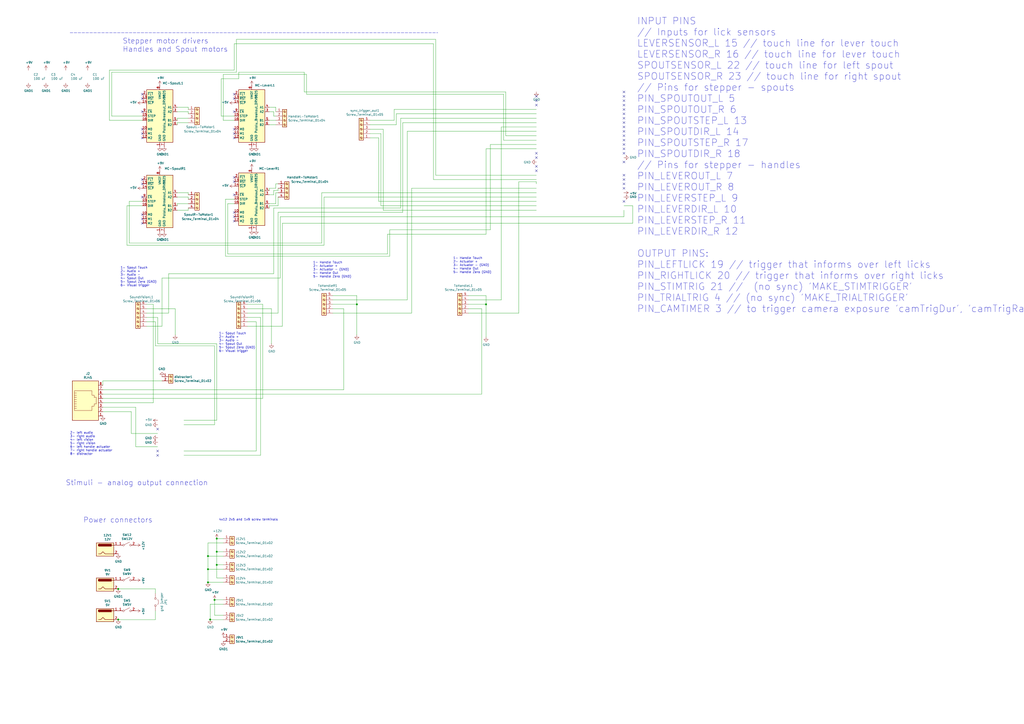
<source format=kicad_sch>
(kicad_sch (version 20231120) (generator "eeschema") (generator_version "8.0")
  (paper "A2")
  (lib_symbols
    (symbol "Connector:Barrel_Jack" (pin_names (offset 1.016))
      (property "Reference" "J" (at 0 5.334 0))
      (property "Value" "Barrel_Jack" (at 0 -5.08 0))
      (symbol "Barrel_Jack_0_1"
        (rectangle (start -5.08 3.81) (end 5.08 -3.81) (stroke (width 0.254)) (fill (type background)))
        (arc (start -3.302 3.175) (mid -3.9343 2.54) (end -3.302 1.905) (stroke (width 0.254)))
        (arc (start -3.302 3.175) (mid -3.9343 2.54) (end -3.302 1.905) (stroke (width 0.254)) (fill (type outline)))
        (polyline (pts (xy 5.08 2.54) (xy 3.81 2.54)) (stroke (width 0.254)))
        (polyline (pts (xy -3.81 -2.54) (xy -2.54 -2.54) (xy -1.27 -1.27) (xy 0 -2.54) (xy 2.54 -2.54) (xy 5.08 -2.54)) (stroke (width 0.254)))
        (rectangle (start 3.683 3.175) (end -3.302 1.905) (stroke (width 0.254)) (fill (type outline)))
      )
      (symbol "Barrel_Jack_1_1"
        (pin passive line (at 7.62 2.54 180) (length 2.54) (name "~") (number "1"))
        (pin passive line (at 7.62 -2.54 180) (length 2.54) (name "~") (number "2"))
      )
    )
    (symbol "Connector:RJ45" (pin_names (offset 1.016))
      (property "Reference" "J" (at -5.08 13.97 0))
      (property "Value" "RJ45" (at 2.54 13.97 0))
      (symbol "RJ45_0_1"
        (polyline (pts (xy -5.08 4.445) (xy -6.35 4.445)))
        (polyline (pts (xy -5.08 5.715) (xy -6.35 5.715)))
        (polyline (pts (xy -6.35 -3.175) (xy -5.08 -3.175) (xy -5.08 -3.175)))
        (polyline (pts (xy -6.35 -1.905) (xy -5.08 -1.905) (xy -5.08 -1.905)))
        (polyline (pts (xy -6.35 -0.635) (xy -5.08 -0.635) (xy -5.08 -0.635)))
        (polyline (pts (xy -6.35 0.635) (xy -5.08 0.635) (xy -5.08 0.635)))
        (polyline (pts (xy -6.35 1.905) (xy -5.08 1.905) (xy -5.08 1.905)))
        (polyline (pts (xy -5.08 3.175) (xy -6.35 3.175) (xy -6.35 3.175)))
        (polyline (pts (xy -6.35 -4.445) (xy -6.35 6.985) (xy 3.81 6.985) (xy 3.81 4.445) (xy 5.08 4.445) (xy 5.08 3.175) (xy 6.35 3.175) (xy 6.35 -0.635) (xy 5.08 -0.635) (xy 5.08 -1.905) (xy 3.81 -1.905) (xy 3.81 -4.445) (xy -6.35 -4.445) (xy -6.35 -4.445)))
        (rectangle (start 7.62 12.7) (end -7.62 -10.16) (stroke (width 0.254)) (fill (type background)))
      )
      (symbol "RJ45_1_1"
        (pin passive line (at 10.16 -7.62 180) (length 2.54) (name "~") (number "1"))
        (pin passive line (at 10.16 -5.08 180) (length 2.54) (name "~") (number "2"))
        (pin passive line (at 10.16 -2.54 180) (length 2.54) (name "~") (number "3"))
        (pin passive line (at 10.16 0 180) (length 2.54) (name "~") (number "4"))
        (pin passive line (at 10.16 2.54 180) (length 2.54) (name "~") (number "5"))
        (pin passive line (at 10.16 5.08 180) (length 2.54) (name "~") (number "6"))
        (pin passive line (at 10.16 7.62 180) (length 2.54) (name "~") (number "7"))
        (pin passive line (at 10.16 10.16 180) (length 2.54) (name "~") (number "8"))
      )
    )
    (symbol "Connector:Screw_Terminal_01x02" (pin_names (offset 1.016) hide)
      (property "Reference" "J" (at 0 2.54 0))
      (property "Value" "Screw_Terminal_01x02" (at 0 -5.08 0))
      (symbol "Screw_Terminal_01x02_1_1"
        (rectangle (start -1.27 1.27) (end 1.27 -3.81) (stroke (width 0.254)) (fill (type background)))
        (circle (center 0 -2.54) (radius 0.635) (stroke (width 0.1524)))
        (polyline (pts (xy -0.5334 -2.2098) (xy 0.3302 -3.048)) (stroke (width 0.1524)))
        (polyline (pts (xy -0.5334 0.3302) (xy 0.3302 -0.508)) (stroke (width 0.1524)))
        (polyline (pts (xy -0.3556 -2.032) (xy 0.508 -2.8702)) (stroke (width 0.1524)))
        (polyline (pts (xy -0.3556 0.508) (xy 0.508 -0.3302)) (stroke (width 0.1524)))
        (circle (center 0 0) (radius 0.635) (stroke (width 0.1524)))
        (pin passive line (at -5.08 0 0) (length 3.81) (name "Pin_1") (number "1"))
        (pin passive line (at -5.08 -2.54 0) (length 3.81) (name "Pin_2") (number "2"))
      )
    )
    (symbol "Connector:Screw_Terminal_01x04" (pin_names (offset 1.016) hide)
      (property "Reference" "J" (at 0 5.08 0))
      (property "Value" "Screw_Terminal_01x04" (at 0 -7.62 0))
      (symbol "Screw_Terminal_01x04_1_1"
        (rectangle (start -1.27 3.81) (end 1.27 -6.35) (stroke (width 0.254)) (fill (type background)))
        (circle (center 0 -5.08) (radius 0.635) (stroke (width 0.1524)))
        (circle (center 0 -2.54) (radius 0.635) (stroke (width 0.1524)))
        (polyline (pts (xy -0.5334 -4.7498) (xy 0.3302 -5.588)) (stroke (width 0.1524)))
        (polyline (pts (xy -0.5334 -2.2098) (xy 0.3302 -3.048)) (stroke (width 0.1524)))
        (polyline (pts (xy -0.5334 0.3302) (xy 0.3302 -0.508)) (stroke (width 0.1524)))
        (polyline (pts (xy -0.5334 2.8702) (xy 0.3302 2.032)) (stroke (width 0.1524)))
        (polyline (pts (xy -0.3556 -4.572) (xy 0.508 -5.4102)) (stroke (width 0.1524)))
        (polyline (pts (xy -0.3556 -2.032) (xy 0.508 -2.8702)) (stroke (width 0.1524)))
        (polyline (pts (xy -0.3556 0.508) (xy 0.508 -0.3302)) (stroke (width 0.1524)))
        (polyline (pts (xy -0.3556 3.048) (xy 0.508 2.2098)) (stroke (width 0.1524)))
        (circle (center 0 0) (radius 0.635) (stroke (width 0.1524)))
        (circle (center 0 2.54) (radius 0.635) (stroke (width 0.1524)))
        (pin passive line (at -5.08 2.54 0) (length 3.81) (name "Pin_1") (number "1"))
        (pin passive line (at -5.08 0 0) (length 3.81) (name "Pin_2") (number "2"))
        (pin passive line (at -5.08 -2.54 0) (length 3.81) (name "Pin_3") (number "3"))
        (pin passive line (at -5.08 -5.08 0) (length 3.81) (name "Pin_4") (number "4"))
      )
    )
    (symbol "Connector:Screw_Terminal_01x05" (pin_names (offset 1.016) hide)
      (property "Reference" "J" (at 0 7.62 0))
      (property "Value" "Screw_Terminal_01x05" (at 0 -7.62 0))
      (symbol "Screw_Terminal_01x05_1_1"
        (rectangle (start -1.27 6.35) (end 1.27 -6.35) (stroke (width 0.254)) (fill (type background)))
        (circle (center 0 -5.08) (radius 0.635) (stroke (width 0.1524)))
        (circle (center 0 -2.54) (radius 0.635) (stroke (width 0.1524)))
        (polyline (pts (xy -0.5334 -4.7498) (xy 0.3302 -5.588)) (stroke (width 0.1524)))
        (polyline (pts (xy -0.5334 -2.2098) (xy 0.3302 -3.048)) (stroke (width 0.1524)))
        (polyline (pts (xy -0.5334 0.3302) (xy 0.3302 -0.508)) (stroke (width 0.1524)))
        (polyline (pts (xy -0.5334 2.8702) (xy 0.3302 2.032)) (stroke (width 0.1524)))
        (polyline (pts (xy -0.5334 5.4102) (xy 0.3302 4.572)) (stroke (width 0.1524)))
        (polyline (pts (xy -0.3556 -4.572) (xy 0.508 -5.4102)) (stroke (width 0.1524)))
        (polyline (pts (xy -0.3556 -2.032) (xy 0.508 -2.8702)) (stroke (width 0.1524)))
        (polyline (pts (xy -0.3556 0.508) (xy 0.508 -0.3302)) (stroke (width 0.1524)))
        (polyline (pts (xy -0.3556 3.048) (xy 0.508 2.2098)) (stroke (width 0.1524)))
        (polyline (pts (xy -0.3556 5.588) (xy 0.508 4.7498)) (stroke (width 0.1524)))
        (circle (center 0 0) (radius 0.635) (stroke (width 0.1524)))
        (circle (center 0 2.54) (radius 0.635) (stroke (width 0.1524)))
        (circle (center 0 5.08) (radius 0.635) (stroke (width 0.1524)))
        (pin passive line (at -5.08 5.08 0) (length 3.81) (name "Pin_1") (number "1"))
        (pin passive line (at -5.08 2.54 0) (length 3.81) (name "Pin_2") (number "2"))
        (pin passive line (at -5.08 0 0) (length 3.81) (name "Pin_3") (number "3"))
        (pin passive line (at -5.08 -2.54 0) (length 3.81) (name "Pin_4") (number "4"))
        (pin passive line (at -5.08 -5.08 0) (length 3.81) (name "Pin_5") (number "5"))
      )
    )
    (symbol "Connector:Screw_Terminal_01x06" (pin_names (offset 1.016) hide)
      (property "Reference" "J" (at 0 7.62 0))
      (property "Value" "Screw_Terminal_01x06" (at 0 -10.16 0))
      (symbol "Screw_Terminal_01x06_1_1"
        (rectangle (start -1.27 6.35) (end 1.27 -8.89) (stroke (width 0.254)) (fill (type background)))
        (circle (center 0 -7.62) (radius 0.635) (stroke (width 0.1524)))
        (circle (center 0 -5.08) (radius 0.635) (stroke (width 0.1524)))
        (circle (center 0 -2.54) (radius 0.635) (stroke (width 0.1524)))
        (polyline (pts (xy -0.5334 -7.2898) (xy 0.3302 -8.128)) (stroke (width 0.1524)))
        (polyline (pts (xy -0.5334 -4.7498) (xy 0.3302 -5.588)) (stroke (width 0.1524)))
        (polyline (pts (xy -0.5334 -2.2098) (xy 0.3302 -3.048)) (stroke (width 0.1524)))
        (polyline (pts (xy -0.5334 0.3302) (xy 0.3302 -0.508)) (stroke (width 0.1524)))
        (polyline (pts (xy -0.5334 2.8702) (xy 0.3302 2.032)) (stroke (width 0.1524)))
        (polyline (pts (xy -0.5334 5.4102) (xy 0.3302 4.572)) (stroke (width 0.1524)))
        (polyline (pts (xy -0.3556 -7.112) (xy 0.508 -7.9502)) (stroke (width 0.1524)))
        (polyline (pts (xy -0.3556 -4.572) (xy 0.508 -5.4102)) (stroke (width 0.1524)))
        (polyline (pts (xy -0.3556 -2.032) (xy 0.508 -2.8702)) (stroke (width 0.1524)))
        (polyline (pts (xy -0.3556 0.508) (xy 0.508 -0.3302)) (stroke (width 0.1524)))
        (polyline (pts (xy -0.3556 3.048) (xy 0.508 2.2098)) (stroke (width 0.1524)))
        (polyline (pts (xy -0.3556 5.588) (xy 0.508 4.7498)) (stroke (width 0.1524)))
        (circle (center 0 0) (radius 0.635) (stroke (width 0.1524)))
        (circle (center 0 2.54) (radius 0.635) (stroke (width 0.1524)))
        (circle (center 0 5.08) (radius 0.635) (stroke (width 0.1524)))
        (pin passive line (at -5.08 5.08 0) (length 3.81) (name "Pin_1") (number "1"))
        (pin passive line (at -5.08 2.54 0) (length 3.81) (name "Pin_2") (number "2"))
        (pin passive line (at -5.08 0 0) (length 3.81) (name "Pin_3") (number "3"))
        (pin passive line (at -5.08 -2.54 0) (length 3.81) (name "Pin_4") (number "4"))
        (pin passive line (at -5.08 -5.08 0) (length 3.81) (name "Pin_5") (number "5"))
        (pin passive line (at -5.08 -7.62 0) (length 3.81) (name "Pin_6") (number "6"))
      )
    )
    (symbol "Driver_Motor:Pololu_Breakout_DRV8825"
      (property "Reference" "A" (at -2.54 16.51 0))
      (property "Value" "Pololu_Breakout_DRV8825" (at -2.54 13.97 0))
      (symbol "Pololu_Breakout_DRV8825_0_1"
        (rectangle (start 7.62 -17.78) (end -7.62 12.7) (stroke (width 0.254)) (fill (type background)))
      )
      (symbol "Pololu_Breakout_DRV8825_1_1"
        (pin power_in line (at 0 -20.32 90) (length 2.54) (name "GND") (number "1"))
        (pin input line (at -10.16 -10.16 0) (length 2.54) (name "M0") (number "10"))
        (pin input line (at -10.16 -12.7 0) (length 2.54) (name "M1") (number "11"))
        (pin input line (at -10.16 -15.24 0) (length 2.54) (name "M2") (number "12"))
        (pin input line (at -10.16 7.62 0) (length 2.54) (name "~{RST}") (number "13"))
        (pin input line (at -10.16 5.08 0) (length 2.54) (name "~{SLP}") (number "14"))
        (pin input line (at -10.16 -2.54 0) (length 2.54) (name "STEP") (number "15"))
        (pin input line (at -10.16 -5.08 0) (length 2.54) (name "DIR") (number "16"))
        (pin output line (at -10.16 10.16 0) (length 2.54) (name "~{FLT}") (number "2"))
        (pin output line (at 10.16 0 180) (length 2.54) (name "A2") (number "3"))
        (pin output line (at 10.16 2.54 180) (length 2.54) (name "A1") (number "4"))
        (pin output line (at 10.16 -5.08 180) (length 2.54) (name "B1") (number "5"))
        (pin output line (at 10.16 -7.62 180) (length 2.54) (name "B2") (number "6"))
        (pin power_in line (at 2.54 -20.32 90) (length 2.54) (name "GND") (number "7"))
        (pin power_in line (at 0 15.24 270) (length 2.54) (name "VMOT") (number "8"))
        (pin input line (at -10.16 0 0) (length 2.54) (name "~{EN}") (number "9"))
      )
    )
    (symbol "Jumper:Jumper_2_Open" (pin_numbers hide) (pin_names (offset 0) hide) (exclude_from_sim yes)
      (property "Reference" "JP" (at 0 2.794 0))
      (property "Value" "Jumper_2_Open" (at 0 -2.286 0))
      (symbol "Jumper_2_Open_0_0"
        (circle (center -2.032 0) (radius 0.508))
        (circle (center 2.032 0) (radius 0.508))
      )
      (symbol "Jumper_2_Open_0_1"
        (arc (start 1.524 1.27) (mid 0 1.778) (end -1.524 1.27))
      )
      (symbol "Jumper_2_Open_1_1"
        (pin passive line (at -5.08 0 0) (length 2.54) (name "A") (number "1"))
        (pin passive line (at 5.08 0 180) (length 2.54) (name "B") (number "2"))
      )
    )
    (symbol "Switch:SW_SPST" (pin_names (offset 0) hide)
      (property "Reference" "SW" (at 0 3.175 0))
      (property "Value" "SW_SPST" (at 0 -2.54 0))
      (symbol "SW_SPST_0_0"
        (circle (center -2.032 0) (radius 0.508))
        (polyline (pts (xy -1.524 0.254) (xy 1.524 1.778)))
        (circle (center 2.032 0) (radius 0.508))
      )
      (symbol "SW_SPST_1_1"
        (pin passive line (at -5.08 0 0) (length 2.54) (name "A") (number "1"))
        (pin passive line (at 5.08 0 180) (length 2.54) (name "B") (number "2"))
      )
    )
    (symbol "power:+12V" (power) (pin_numbers hide) (pin_names (offset 0) hide)
      (property "Value" "+12V" (at 0 3.556 0))
      (symbol "+12V_0_1"
        (polyline (pts (xy -0.762 1.27) (xy 0 2.54)))
        (polyline (pts (xy 0 0) (xy 0 2.54)))
        (polyline (pts (xy 0 2.54) (xy 0.762 1.27)))
      )
      (symbol "+12V_1_1"
        (pin power_in line (at 0 0 90) (length 0) (name "~") (number "1"))
      )
    )
    (symbol "power:+5V" (power) (pin_numbers hide) (pin_names (offset 0) hide)
      (property "Value" "+5V" (at 0 3.556 0))
      (symbol "+5V_0_1"
        (polyline (pts (xy -0.762 1.27) (xy 0 2.54)))
        (polyline (pts (xy 0 0) (xy 0 2.54)))
        (polyline (pts (xy 0 2.54) (xy 0.762 1.27)))
      )
      (symbol "+5V_1_1"
        (pin power_in line (at 0 0 90) (length 0) (name "~") (number "1"))
      )
    )
    (symbol "power:+9V" (power) (pin_numbers hide) (pin_names (offset 0) hide)
      (property "Value" "+9V" (at 0 3.556 0))
      (symbol "+9V_0_1"
        (polyline (pts (xy -0.762 1.27) (xy 0 2.54)))
        (polyline (pts (xy 0 0) (xy 0 2.54)))
        (polyline (pts (xy 0 2.54) (xy 0.762 1.27)))
      )
      (symbol "+9V_1_1"
        (pin power_in line (at 0 0 90) (length 0) (name "~") (number "1"))
      )
    )
    (symbol "power:GND" (power) (pin_numbers hide) (pin_names (offset 0) hide)
      (property "Value" "GND" (at 0 -3.81 0))
      (symbol "GND_0_1"
        (polyline (pts (xy 0 0) (xy 0 -1.27) (xy 1.27 -1.27) (xy 0 -2.54) (xy -1.27 -1.27) (xy 0 -1.27)))
      )
      (symbol "GND_1_1"
        (pin power_in line (at 0 0 270) (length 0) (name "~") (number "1"))
      )
    )
    (symbol "power:GND1" (power) (pin_numbers hide) (pin_names (offset 0) hide)
      (property "Value" "GND1" (at 0 -3.81 0))
      (symbol "GND1_0_1"
        (polyline (pts (xy 0 0) (xy 0 -1.27) (xy 1.27 -1.27) (xy 0 -2.54) (xy -1.27 -1.27) (xy 0 -1.27)))
      )
      (symbol "GND1_1_1"
        (pin power_in line (at 0 0 270) (length 0) (name "~") (number "1"))
      )
    )
  )
  (junction (at 281.94 176.53))
  (junction (at 68.58 341.63))
  (junction (at 68.58 359.41))
  (junction (at 120.65 330.2))
  (junction (at 124.46 347.98))
  (junction (at 125.73 327.66))
  (junction (at 120.65 337.82))
  (junction (at 121.92 359.41))
  (junction (at 125.73 312.42))
  (junction (at 120.65 322.58))
  (junction (at 207.01 176.53))
  (junction (at 125.73 320.04))
  (no_connect (at 135.89 64.77))
  (no_connect (at 311.15 96.52))
  (no_connect (at 82.55 80.01))
  (no_connect (at 82.55 64.77))
  (no_connect (at 135.89 54.61))
  (no_connect (at 361.95 104.14))
  (no_connect (at 361.95 86.36))
  (no_connect (at 82.55 54.61))
  (no_connect (at 91.44 248.92))
  (no_connect (at 135.89 128.27))
  (no_connect (at 135.89 105.41))
  (no_connect (at 82.55 57.15))
  (no_connect (at 82.55 104.14))
  (no_connect (at 135.89 80.01))
  (no_connect (at 361.95 101.6))
  (no_connect (at 311.15 91.44))
  (no_connect (at 135.89 57.15))
  (no_connect (at 311.15 60.96))
  (no_connect (at 361.95 93.98))
  (no_connect (at 311.15 58.42))
  (no_connect (at 361.95 83.82))
  (no_connect (at 361.95 73.66))
  (no_connect (at 361.95 53.34))
  (no_connect (at 361.95 76.2))
  (no_connect (at 361.95 109.22))
  (no_connect (at 311.15 99.06))
  (no_connect (at 361.95 55.88))
  (no_connect (at 361.95 71.12))
  (no_connect (at 361.95 68.58))
  (no_connect (at 82.55 129.54))
  (no_connect (at 135.89 102.87))
  (no_connect (at 361.95 63.5))
  (no_connect (at 82.55 74.93))
  (no_connect (at 82.55 124.46))
  (no_connect (at 361.95 60.96))
  (no_connect (at 361.95 88.9))
  (no_connect (at 135.89 77.47))
  (no_connect (at 361.95 66.04))
  (no_connect (at 135.89 123.19))
  (no_connect (at 361.95 58.42))
  (no_connect (at 82.55 127))
  (no_connect (at 135.89 74.93))
  (no_connect (at 361.95 106.68))
  (no_connect (at 91.44 264.16))
  (no_connect (at 135.89 125.73))
  (no_connect (at 91.44 261.62))
  (no_connect (at 361.95 78.74))
  (no_connect (at 82.55 106.68))
  (no_connect (at 135.89 113.03))
  (no_connect (at 311.15 88.9))
  (no_connect (at 361.95 116.84))
  (no_connect (at 82.55 114.3))
  (no_connect (at 361.95 81.28))
  (no_connect (at 311.15 55.88))
  (no_connect (at 82.55 77.47))
  (wire (pts (xy 68.58 359.41) (xy 90.17 359.41)))
  (wire (pts (xy 252.73 101.6) (xy 252.73 22.86)))
  (wire (pts (xy 151.13 184.15) (xy 143.51 184.15)))
  (wire (pts (xy 135.89 69.85) (xy 129.54 69.85)))
  (wire (pts (xy 160.02 111.76) (xy 161.29 111.76)))
  (wire (pts (xy 236.22 76.2) (xy 311.15 76.2)))
  (wire (pts (xy 311.15 111.76) (xy 186.69 111.76)))
  (wire (pts (xy 233.68 123.19) (xy 233.68 71.12)))
  (wire (pts (xy 158.75 120.65) (xy 232.41 120.65)))
  (wire (pts (xy 311.15 121.92) (xy 222.25 121.92)))
  (wire (pts (xy 252.73 22.86) (xy 137.16 22.86)))
  (wire (pts (xy 311.15 119.38) (xy 220.98 119.38)))
  (wire (pts (xy 128.27 67.31) (xy 135.89 67.31)))
  (wire (pts (xy 207.01 176.53) (xy 207.01 194.31)))
  (wire (pts (xy 109.22 118.11) (xy 102.87 118.11)))
  (wire (pts (xy 220.98 119.38) (xy 220.98 77.47)))
  (wire (pts (xy 102.87 111.76) (xy 109.22 111.76)))
  (wire (pts (xy 160.02 62.23) (xy 160.02 64.77)))
  (wire (pts (xy 124.46 356.87) (xy 129.54 356.87)))
  (wire (pts (xy 219.71 80.01) (xy 214.63 80.01)))
  (wire (pts (xy 367.03 119.38) (xy 361.95 119.38)))
  (wire (pts (xy 292.1 81.28) (xy 311.15 81.28)))
  (wire (pts (xy 97.79 181.61) (xy 97.79 158.75)))
  (wire (pts (xy 222.25 121.92) (xy 222.25 74.93)))
  (wire (pts (xy 226.06 148.59) (xy 226.06 133.35)))
  (wire (pts (xy 102.87 118.11) (xy 102.87 119.38)))
  (wire (pts (xy 160.02 106.68) (xy 161.29 106.68)))
  (wire (pts (xy 90.17 186.69) (xy 85.09 186.69)))
  (wire (pts (xy 222.25 74.93) (xy 214.63 74.93)))
  (wire (pts (xy 300.99 105.41) (xy 311.15 105.41)))
  (wire (pts (xy 177.8 43.18) (xy 177.8 54.61)))
  (wire (pts (xy 120.65 330.2) (xy 129.54 330.2)))
  (wire (pts (xy 130.81 148.59) (xy 226.06 148.59)))
  (wire (pts (xy 311.15 78.74) (xy 293.37 78.74)))
  (wire (pts (xy 74.93 116.84) (xy 82.55 116.84)))
  (wire (pts (xy 148.59 261.62) (xy 148.59 186.69)))
  (wire (pts (xy 109.22 64.77) (xy 109.22 66.04)))
  (wire (pts (xy 106.68 264.16) (xy 151.13 264.16)))
  (wire (pts (xy 199.39 179.07) (xy 199.39 226.06)))
  (wire (pts (xy 187.96 142.24) (xy 187.96 114.3)))
  (wire (pts (xy 124.46 200.66) (xy 90.17 200.66)))
  (wire (pts (xy 88.9 176.53) (xy 85.09 176.53)))
  (wire (pts (xy 143.51 179.07) (xy 157.48 179.07)))
  (wire (pts (xy 102.87 69.85) (xy 102.87 68.58)))
  (wire (pts (xy 125.73 320.04) (xy 129.54 320.04)))
  (wire (pts (xy 151.13 264.16) (xy 151.13 184.15)))
  (wire (pts (xy 290.83 73.66) (xy 311.15 73.66)))
  (wire (pts (xy 74.93 140.97) (xy 74.93 116.84)))
  (wire (pts (xy 132.08 118.11) (xy 135.89 118.11)))
  (wire (pts (xy 161.29 110.49) (xy 161.29 109.22)))
  (wire (pts (xy 109.22 121.92) (xy 102.87 121.92)))
  (wire (pts (xy 152.4 176.53) (xy 143.51 176.53)))
  (wire (pts (xy 90.17 341.63) (xy 90.17 344.17)))
  (wire (pts (xy 176.53 53.34) (xy 176.53 41.91)))
  (wire (pts (xy 361.95 125.73) (xy 162.56 125.73)))
  (wire (pts (xy 160.02 118.11) (xy 160.02 111.76)))
  (wire (pts (xy 63.5 69.85) (xy 82.55 69.85)))
  (wire (pts (xy 129.54 347.98) (xy 124.46 347.98)))
  (wire (pts (xy 102.87 62.23) (xy 109.22 62.23)))
  (wire (pts (xy 125.73 327.66) (xy 129.54 327.66)))
  (wire (pts (xy 281.94 135.89) (xy 224.79 135.89)))
  (wire (pts (xy 59.69 238.76) (xy 76.2 238.76)))
  (wire (pts (xy 158.75 64.77) (xy 158.75 67.31)))
  (wire (pts (xy 102.87 114.3) (xy 109.22 114.3)))
  (wire (pts (xy 120.65 322.58) (xy 129.54 322.58)))
  (wire (pts (xy 284.48 83.82) (xy 311.15 83.82)))
  (wire (pts (xy 311.15 63.5) (xy 228.6 63.5)))
  (wire (pts (xy 238.76 181.61) (xy 238.76 109.22)))
  (wire (pts (xy 85.09 181.61) (xy 97.79 181.61)))
  (wire (pts (xy 187.96 114.3) (xy 311.15 114.3)))
  (wire (pts (xy 232.41 68.58) (xy 311.15 68.58)))
  (wire (pts (xy 59.69 233.68) (xy 88.9 233.68)))
  (wire (pts (xy 158.75 110.49) (xy 161.29 110.49)))
  (wire (pts (xy 158.75 67.31) (xy 160.02 67.31)))
  (wire (pts (xy 125.73 320.04) (xy 125.73 327.66)))
  (wire (pts (xy 76.2 251.46) (xy 91.44 251.46)))
  (wire (pts (xy 161.29 181.61) (xy 161.29 123.19)))
  (wire (pts (xy 143.51 181.61) (xy 161.29 181.61)))
  (wire (pts (xy 311.15 101.6) (xy 252.73 101.6)))
  (wire (pts (xy 68.58 341.63) (xy 90.17 341.63)))
  (wire (pts (xy 88.9 233.68) (xy 88.9 176.53)))
  (wire (pts (xy 135.89 115.57) (xy 130.81 115.57)))
  (wire (pts (xy 271.78 181.61) (xy 300.99 181.61)))
  (wire (pts (xy 232.41 120.65) (xy 232.41 68.58)))
  (wire (pts (xy 125.73 335.28) (xy 129.54 335.28)))
  (wire (pts (xy 161.29 119.38) (xy 161.29 114.3)))
  (wire (pts (xy 281.94 176.53) (xy 271.78 176.53)))
  (wire (pts (xy 219.71 116.84) (xy 219.71 80.01)))
  (wire (pts (xy 224.79 147.32) (xy 132.08 147.32)))
  (wire (pts (xy 78.74 236.22) (xy 78.74 259.08)))
  (wire (pts (xy 158.75 158.75) (xy 158.75 120.65)))
  (wire (pts (xy 90.17 359.41) (xy 90.17 354.33)))
  (wire (pts (xy 236.22 173.99) (xy 236.22 76.2)))
  (wire (pts (xy 156.21 120.65) (xy 156.21 119.38)))
  (wire (pts (xy 207.01 171.45) (xy 207.01 176.53)))
  (wire (pts (xy 193.04 173.99) (xy 236.22 173.99)))
  (wire (pts (xy 82.55 119.38) (xy 73.66 119.38)))
  (wire (pts (xy 279.4 179.07) (xy 279.4 228.6)))
  (wire (pts (xy 271.78 173.99) (xy 290.83 173.99)))
  (wire (pts (xy 120.65 314.96) (xy 120.65 322.58)))
  (wire (pts (xy 85.09 179.07) (xy 101.6 179.07)))
  (wire (pts (xy 120.65 330.2) (xy 120.65 337.82)))
  (wire (pts (xy 93.98 161.29) (xy 93.98 189.23)))
  (polyline (pts (xy 40.64 19.05) (xy 254 19.05)) (stroke (width 0) (type dash)))
  (wire (pts (xy 124.46 347.98) (xy 124.46 356.87)))
  (wire (pts (xy 59.69 220.98) (xy 59.69 223.52)))
  (wire (pts (xy 281.94 86.36) (xy 281.94 135.89)))
  (wire (pts (xy 63.5 40.64) (xy 63.5 69.85)))
  (wire (pts (xy 300.99 105.41) (xy 300.99 181.61)))
  (wire (pts (xy 120.65 337.82) (xy 129.54 337.82)))
  (wire (pts (xy 120.65 322.58) (xy 120.65 330.2)))
  (wire (pts (xy 177.8 54.61) (xy 292.1 54.61)))
  (wire (pts (xy 91.44 199.39) (xy 91.44 184.15)))
  (wire (pts (xy 162.56 161.29) (xy 93.98 161.29)))
  (wire (pts (xy 193.04 171.45) (xy 207.01 171.45)))
  (wire (pts (xy 91.44 184.15) (xy 85.09 184.15)))
  (wire (pts (xy 90.17 200.66) (xy 90.17 186.69)))
  (wire (pts (xy 125.73 243.84) (xy 125.73 199.39)))
  (wire (pts (xy 251.46 104.14) (xy 251.46 25.4)))
  (wire (pts (xy 156.21 118.11) (xy 160.02 118.11)))
  (wire (pts (xy 220.98 77.47) (xy 214.63 77.47)))
  (wire (pts (xy 135.89 40.64) (xy 63.5 40.64)))
  (wire (pts (xy 76.2 238.76) (xy 76.2 251.46)))
  (wire (pts (xy 284.48 133.35) (xy 284.48 83.82)))
  (wire (pts (xy 156.21 109.22) (xy 160.02 109.22)))
  (wire (pts (xy 59.69 231.14) (xy 152.4 231.14)))
  (wire (pts (xy 156.21 62.23) (xy 160.02 62.23)))
  (wire (pts (xy 158.75 113.03) (xy 158.75 110.49)))
  (wire (pts (xy 109.22 120.65) (xy 109.22 121.92)))
  (wire (pts (xy 161.29 123.19) (xy 233.68 123.19)))
  (wire (pts (xy 224.79 135.89) (xy 224.79 147.32)))
  (wire (pts (xy 125.73 199.39) (xy 91.44 199.39)))
  (wire (pts (xy 311.15 105.41) (xy 311.15 106.68)))
  (wire (pts (xy 199.39 226.06) (xy 59.69 226.06)))
  (wire (pts (xy 361.95 121.92) (xy 361.95 125.73)))
  (wire (pts (xy 156.21 119.38) (xy 161.29 119.38)))
  (wire (pts (xy 64.77 67.31) (xy 82.55 67.31)))
  (wire (pts (xy 193.04 181.61) (xy 238.76 181.61)))
  (wire (pts (xy 125.73 327.66) (xy 125.73 335.28)))
  (wire (pts (xy 290.83 173.99) (xy 290.83 73.66)))
  (wire (pts (xy 129.54 312.42) (xy 125.73 312.42)))
  (wire (pts (xy 292.1 54.61) (xy 292.1 81.28)))
  (wire (pts (xy 228.6 63.5) (xy 228.6 69.85)))
  (wire (pts (xy 293.37 78.74) (xy 293.37 53.34)))
  (wire (pts (xy 186.69 140.97) (xy 74.93 140.97)))
  (wire (pts (xy 367.03 129.54) (xy 367.03 119.38)))
  (wire (pts (xy 311.15 104.14) (xy 251.46 104.14)))
  (wire (pts (xy 186.69 111.76) (xy 186.69 140.97)))
  (wire (pts (xy 238.76 109.22) (xy 311.15 109.22)))
  (wire (pts (xy 106.68 243.84) (xy 125.73 243.84)))
  (wire (pts (xy 106.68 246.38) (xy 124.46 246.38)))
  (wire (pts (xy 226.06 133.35) (xy 284.48 133.35)))
  (wire (pts (xy 129.54 43.18) (xy 177.8 43.18)))
  (wire (pts (xy 130.81 115.57) (xy 130.81 148.59)))
  (wire (pts (xy 311.15 116.84) (xy 219.71 116.84)))
  (wire (pts (xy 281.94 176.53) (xy 281.94 195.58)))
  (wire (pts (xy 137.16 22.86) (xy 137.16 41.91)))
  (wire (pts (xy 137.16 41.91) (xy 64.77 41.91)))
  (wire (pts (xy 138.43 45.72) (xy 128.27 45.72)))
  (wire (pts (xy 199.39 179.07) (xy 193.04 179.07)))
  (wire (pts (xy 163.83 189.23) (xy 163.83 129.54)))
  (wire (pts (xy 109.22 114.3) (xy 109.22 115.57)))
  (wire (pts (xy 160.02 109.22) (xy 160.02 106.68)))
  (wire (pts (xy 64.77 41.91) (xy 64.77 67.31)))
  (wire (pts (xy 148.59 186.69) (xy 143.51 186.69)))
  (wire (pts (xy 109.22 71.12) (xy 102.87 71.12)))
  (wire (pts (xy 101.6 179.07) (xy 101.6 194.31)))
  (wire (pts (xy 271.78 171.45) (xy 281.94 171.45)))
  (wire (pts (xy 163.83 129.54) (xy 367.03 129.54)))
  (wire (pts (xy 106.68 261.62) (xy 148.59 261.62)))
  (wire (pts (xy 109.22 111.76) (xy 109.22 113.03)))
  (wire (pts (xy 156.21 113.03) (xy 158.75 113.03)))
  (wire (pts (xy 281.94 171.45) (xy 281.94 176.53)))
  (wire (pts (xy 59.69 228.6) (xy 279.4 228.6)))
  (wire (pts (xy 156.21 69.85) (xy 160.02 69.85)))
  (wire (pts (xy 121.92 350.52) (xy 121.92 359.41)))
  (wire (pts (xy 157.48 179.07) (xy 157.48 199.39)))
  (wire (pts (xy 78.74 259.08) (xy 91.44 259.08)))
  (wire (pts (xy 129.54 69.85) (xy 129.54 43.18)))
  (wire (pts (xy 251.46 25.4) (xy 135.89 25.4)))
  (wire (pts (xy 102.87 64.77) (xy 109.22 64.77)))
  (wire (pts (xy 162.56 125.73) (xy 162.56 161.29)))
  (wire (pts (xy 132.08 147.32) (xy 132.08 118.11)))
  (wire (pts (xy 156.21 64.77) (xy 158.75 64.77)))
  (wire (pts (xy 193.04 176.53) (xy 207.01 176.53)))
  (wire (pts (xy 93.98 220.98) (xy 59.69 220.98)))
  (wire (pts (xy 120.65 314.96) (xy 129.54 314.96)))
  (wire (pts (xy 125.73 312.42) (xy 125.73 320.04)))
  (wire (pts (xy 102.87 68.58) (xy 109.22 68.58)))
  (wire (pts (xy 93.98 189.23) (xy 85.09 189.23)))
  (wire (pts (xy 59.69 236.22) (xy 78.74 236.22)))
  (wire (pts (xy 143.51 189.23) (xy 163.83 189.23)))
  (wire (pts (xy 97.79 158.75) (xy 158.75 158.75)))
  (wire (pts (xy 102.87 71.12) (xy 102.87 72.39)))
  (wire (pts (xy 311.15 86.36) (xy 281.94 86.36)))
  (wire (pts (xy 73.66 119.38) (xy 73.66 142.24)))
  (wire (pts (xy 156.21 110.49) (xy 156.21 109.22)))
  (wire (pts (xy 73.66 142.24) (xy 187.96 142.24)))
  (wire (pts (xy 279.4 179.07) (xy 271.78 179.07)))
  (wire (pts (xy 152.4 231.14) (xy 152.4 176.53)))
  (wire (pts (xy 129.54 350.52) (xy 121.92 350.52)))
  (wire (pts (xy 128.27 45.72) (xy 128.27 67.31)))
  (wire (pts (xy 160.02 72.39) (xy 156.21 72.39)))
  (wire (pts (xy 121.92 359.41) (xy 129.54 359.41)))
  (wire (pts (xy 109.22 62.23) (xy 109.22 63.5)))
  (wire (pts (xy 229.87 66.04) (xy 311.15 66.04)))
  (wire (pts (xy 229.87 66.04) (xy 229.87 72.39)))
  (wire (pts (xy 124.46 246.38) (xy 124.46 200.66)))
  (wire (pts (xy 233.68 71.12) (xy 311.15 71.12)))
  (wire (pts (xy 228.6 69.85) (xy 214.63 69.85)))
  (wire (pts (xy 176.53 41.91) (xy 138.43 41.91)))
  (wire (pts (xy 293.37 53.34) (xy 176.53 53.34)))
  (wire (pts (xy 138.43 41.91) (xy 138.43 45.72)))
  (wire (pts (xy 229.87 72.39) (xy 214.63 72.39)))
  (wire (pts (xy 135.89 25.4) (xy 135.89 40.64)))
  (text "1- Handle Touch\n2- Actuator +\n3- Actuator - (GND)\n4- Handle Out\n5- Handle Zero (GND)" (at 262.89 158.75 0) (effects (font (size 1.27 1.27)) (justify left bottom)))
  (text "Power connectors\n" (at 48.26 303.53 0) (effects (font (size 2.9972 2.9972)) (justify left bottom)))
  (text "1- Spout Touch\n2- Audio +\n3- Audio - \n4- Spout Out\n5- Spout Zero (GND)\n6- Visual trigger" (at 69.85 166.37 0) (effects (font (size 1.27 1.27)) (justify left bottom)))
  (text "Stepper motor drivers\nHandles and Spout motors\n" (at 71.12 30.48 0) (effects (font (size 2.9972 2.9972)) (justify left bottom)))
  (text "2- left audio\n3- right audio\n4- left vision\n5- right vision\n6- left handle actuator\n7- right handle actuator\n8- distractor" (at 40.64 264.16 0) (effects (font (size 1.27 1.27)) (justify left bottom)))
  (text "1- Spout Touch\n2- Audio +\n3- Audio - \n4- Spout Out\n5- Spout Zero (GND)\n6- Visual trigger" (at 127 204.47 0) (effects (font (size 1.27 1.27)) (justify left bottom)))
  (text "INPUT PINS\n// Inputs for lick sensors\nLEVERSENSOR_L 15 // touch line for lever touch\nLEVERSENSOR_R 16 // touch line for lever touch\nSPOUTSENSOR_L 22 // touch line for left spout\nSPOUTSENSOR_R 23 // touch line for right spout\n// Pins for stepper - spouts\nPIN_SPOUTOUT_L 5\nPIN_SPOUTOUT_R 6\nPIN_SPOUTSTEP_L 13\nPIN_SPOUTDIR_L 14\nPIN_SPOUTSTEP_R 17\nPIN_SPOUTDIR_R 18\n// Pins for stepper - handles\nPIN_LEVEROUT_L 7\nPIN_LEVEROUT_R 8\nPIN_LEVERSTEP_L 9\nPIN_LEVERDIR_L 10\nPIN_LEVERSTEP_R 11\nPIN_LEVERDIR_R 12 \n\nOUTPUT PINS:\nPIN_LEFTLICK 19 // trigger that informs over left licks\nPIN_RIGHTLICK 20 // trigger that informs over right licks\nPIN_STIMTRIG 21 //  (no sync) 'MAKE_STIMTRIGGER' \nPIN_TRIALTRIG 4 // (no sync) 'MAKE_TRIALTRIGGER'\nPIN_CAMTIMER 3 // to trigger camera exposure 'camTrigDur', 'camTrigRate'.\n" (at 369.57 181.61 0) (effects (font (size 3.9878 3.9878)) (justify left bottom)))
  (text "4x12 2x5 and 1x9 screw terminals" (at 127 302.26 0) (effects (font (size 1.27 1.27)) (justify left bottom)))
  (text "1- Handle Touch\n2- Actuator +\n3- Actuator - (GND)\n4- Handle Out\n5- Handle Zero (GND)" (at 181.61 161.29 0) (effects (font (size 1.27 1.27)) (justify left bottom)))
  (text "Stimuli - analog output connection" (at 38.1 281.94 0) (effects (font (size 2.9972 2.9972)) (justify left bottom)))
  (symbol (lib_id "Driver_Motor:Pololu_Breakout_DRV8825") (at 92.71 64.77 0) (unit 1)
    (property "Reference" "MC-SpoutL1" (at 100.33 48.26 0))
    (property "Value" "Pololu_Breakout_DRV8825" (at 95.25 64.77 90))
    (property "Footprint" "Module:Pololu_Breakout-16_15.2x20.3mm" (effects (hide yes)))
    (property "Datasheet" "https://www.pololu.com/product/2982" (effects (hide yes)))
  )
  (symbol (lib_id "Device:CP1") (at 50.8 44.45 0) (unit 1)
    (property "Reference" "C1" (at 53.721 43.2816 0) (effects (justify left)))
    (property "Value" "100 uF" (at 53.721 45.593 0) (effects (justify left)))
    (property "Footprint" "Capacitor_THT:C_Rect_L7.2mm_W7.2mm_P5.00mm_FKS2_FKP2_MKS2_MKP2" (effects (hide yes)))
  )
  (symbol (lib_id "Driver_Motor:Pololu_Breakout_DRV8825") (at 92.71 114.3 0) (unit 1)
    (property "Reference" "MC-SpoutR1" (at 101.6 97.79 0))
    (property "Value" "Pololu_Breakout_DRV8825" (at 95.25 114.3 90))
    (property "Footprint" "Module:Pololu_Breakout-16_15.2x20.3mm" (effects (hide yes)))
    (property "Datasheet" "https://www.pololu.com/product/2982" (effects (hide yes)))
  )
  (symbol (lib_id "Driver_Motor:Pololu_Breakout_DRV8825") (at 146.05 64.77 0) (unit 1)
    (property "Reference" "MC-LeverL1" (at 153.67 49.53 0))
    (property "Value" "Pololu_Breakout_DRV8825" (at 148.59 64.77 90))
    (property "Footprint" "Module:Pololu_Breakout-16_15.2x20.3mm" (effects (hide yes)))
    (property "Datasheet" "https://www.pololu.com/product/2982" (effects (hide yes)))
  )
  (symbol (lib_id "Driver_Motor:Pololu_Breakout_DRV8825") (at 146.05 113.03 0) (unit 1)
    (property "Reference" "MC-LeverR1" (at 156.21 97.79 0))
    (property "Value" "Pololu_Breakout_DRV8825" (at 148.59 113.03 90))
    (property "Footprint" "Module:Pololu_Breakout-16_15.2x20.3mm" (effects (hide yes)))
    (property "Datasheet" "https://www.pololu.com/product/2982" (effects (hide yes)))
  )
  (symbol (lib_id "teensy:Teensy3.2") (at 336.55 87.63 0) (unit 1)
    (property "Reference" "U1" (at 336.55 46.0502 0) (effects (font (size 1.524 1.524))))
    (property "Value" "Teensy3.2" (at 336.55 48.7426 0) (effects (font (size 1.524 1.524))))
    (property "Footprint" "teensy:Teensy30_31_32_LC" (effects (hide yes)))
  )
  (symbol (lib_id "Connector:Screw_Terminal_01x04") (at 114.3 66.04 0) (unit 1)
    (property "Reference" "SpoutL-ToMotor1" (at 107.95 73.66 0) (effects (justify left)))
    (property "Value" "Screw_Terminal_01x04" (at 106.68 76.2 0) (effects (justify left)))
    (property "Footprint" "teensy:TerminalBlock_TE_282825-4_1x04_P5.08mm_Horizontal" (effects (hide yes)))
  )
  (symbol (lib_id "Connector:Screw_Terminal_01x04") (at 114.3 115.57 0) (unit 1)
    (property "Reference" "SpoutR-ToMotor1" (at 106.68 124.46 0) (effects (justify left)))
    (property "Value" "Screw_Terminal_01x04" (at 105.41 127 0) (effects (justify left)))
    (property "Footprint" "teensy:TerminalBlock_TE_282825-4_1x04_P5.08mm_Horizontal" (effects (hide yes)))
  )
  (symbol (lib_id "Connector:Screw_Terminal_01x04") (at 165.1 67.31 0) (unit 1)
    (property "Reference" "HandleL-ToMotor1" (at 167.132 67.5132 0) (effects (justify left)))
    (property "Value" "Screw_Terminal_01x04" (at 167.132 69.8246 0) (effects (justify left)))
    (property "Footprint" "teensy:TerminalBlock_TE_282825-4_1x04_P5.08mm_Horizontal" (effects (hide yes)))
  )
  (symbol (lib_id "Connector:Screw_Terminal_01x04") (at 166.37 109.22 0) (unit 1)
    (property "Reference" "HandleR-ToMotor1" (at 166.37 102.87 0) (effects (justify left)))
    (property "Value" "Screw_Terminal_01x04" (at 168.91 105.41 0) (effects (justify left)))
    (property "Footprint" "teensy:TerminalBlock_TE_282825-4_1x04_P5.08mm_Horizontal" (effects (hide yes)))
  )
  (symbol (lib_id "Connector:Barrel_Jack") (at 60.96 339.09 0) (unit 1)
    (property "Reference" "9V1" (at 62.4078 330.835 0))
    (property "Value" "9V" (at 62.4078 333.1464 0))
    (property "Footprint" "Connector_BarrelJack:BarrelJack_Horizontal" (effects (hide yes)))
  )
  (symbol (lib_id "Connector:Barrel_Jack") (at 60.96 356.87 0) (unit 1)
    (property "Reference" "5V1" (at 62.4078 348.615 0))
    (property "Value" "5V" (at 62.4078 350.9264 0))
    (property "Footprint" "Connector_BarrelJack:BarrelJack_Horizontal" (effects (hide yes)))
  )
  (symbol (lib_id "Connector:Screw_Terminal_01x05") (at 266.7 176.53 180) (unit 1)
    (property "Reference" "ToHandleL1" (at 268.7828 165.735 0))
    (property "Value" "Screw_Terminal_01x05" (at 268.7828 168.0464 0))
    (property "Footprint" "teensy:TerminalBlock_TE_282825-5_1x05_P5.08mm_Horizontal" (effects (hide yes)))
  )
  (symbol (lib_id "Connector:Screw_Terminal_01x05") (at 187.96 176.53 180) (unit 1)
    (property "Reference" "ToHandleR1" (at 190.0428 165.735 0))
    (property "Value" "Screw_Terminal_01x05" (at 190.0428 168.0464 0))
    (property "Footprint" "teensy:TerminalBlock_TE_282825-5_1x05_P5.08mm_Horizontal" (effects (hide yes)))
  )
  (symbol (lib_id "Connector:Screw_Terminal_01x06") (at 138.43 184.15 180) (unit 1)
    (property "Reference" "SoundVisionR1" (at 140.5128 172.339 0))
    (property "Value" "Screw_Terminal_01x06" (at 140.5128 174.6504 0))
    (property "Footprint" "teensy:TerminalBlock_TE_282825-6_1x06_P5.08mm_Horizontal" (effects (hide yes)))
  )
  (symbol (lib_id "Connector:Screw_Terminal_01x02") (at 134.62 320.04 0) (unit 1)
    (property "Reference" "J12V2" (at 136.652 320.2432 0) (effects (justify left)))
    (property "Value" "Screw_Terminal_01x02" (at 136.652 322.5546 0) (effects (justify left)))
    (property "Footprint" "teensy:TerminalBlock_TE_282825-2_1x02_P5.08mm_Horizontal" (effects (hide yes)))
  )
  (symbol (lib_id "Connector:Screw_Terminal_01x06") (at 80.01 184.15 180) (unit 1)
    (property "Reference" "SoundVisionL1" (at 82.0928 172.339 0))
    (property "Value" "Screw_Terminal_01x06" (at 82.0928 174.6504 0))
    (property "Footprint" "teensy:TerminalBlock_TE_282825-6_1x06_P5.08mm_Horizontal" (effects (hide yes)))
  )
  (symbol (lib_id "Connector:Screw_Terminal_01x05") (at 209.55 74.93 180) (unit 1)
    (property "Reference" "sync_trigger_out1" (at 211.6328 64.135 0))
    (property "Value" "Screw_Terminal_01x05" (at 211.6328 66.4464 0))
    (property "Footprint" "teensy:TerminalBlock_TE_282825-5_1x05_P5.08mm_Horizontal" (effects (hide yes)))
  )
  (symbol (lib_id "power:GND") (at 281.94 195.58 0) (unit 1)
    (property "Reference" "#PWR0130" (effects (hide yes)))
    (property "Value" "GND" (at 282.067 199.9742 0))
  )
  (symbol (lib_id "power:GND") (at 207.01 194.31 0) (unit 1)
    (property "Reference" "#PWR0131" (effects (hide yes)))
    (property "Value" "GND" (at 207.137 198.7042 0))
  )
  (symbol (lib_id "power:GND") (at 157.48 199.39 0) (unit 1)
    (property "Reference" "#PWR0132" (effects (hide yes)))
    (property "Value" "GND" (at 157.607 203.7842 0))
  )
  (symbol (lib_id "power:GND") (at 101.6 194.31 0) (unit 1)
    (property "Reference" "#PWR0133" (effects (hide yes)))
    (property "Value" "GND" (at 101.727 198.7042 0))
  )
  (symbol (lib_id "spatialsparrow:MAX98306") (at 97.79 247.65 270) (unit 1)
    (property "Reference" "U2" (at 99.06 238.125 90))
    (property "Value" "MAX98306" (at 99.06 240.4364 90))
    (property "Footprint" "spatialsparrow:MAX98306" (effects (hide yes)))
  )
  (symbol (lib_id "Jumper:Jumper_2_Open") (at 90.17 349.25 270) (unit 1)
    (property "Reference" "JP1" (at 96.139 349.25 0))
    (property "Value" "gnd jumper" (at 93.8276 349.25 0))
    (property "Footprint" "TestPoint:TestPoint_2Pads_Pitch5.08mm_Drill1.3mm" (effects (hide yes)))
  )
  (symbol (lib_id "Connector:Barrel_Jack") (at 60.96 318.77 0) (unit 1)
    (property "Reference" "12V1" (at 62.4078 310.515 0))
    (property "Value" "12V" (at 62.4078 312.8264 0))
    (property "Footprint" "Connector_BarrelJack:BarrelJack_Horizontal" (effects (hide yes)))
  )
  (symbol (lib_id "Connector:Screw_Terminal_01x02") (at 134.62 327.66 0) (unit 1)
    (property "Reference" "J12V3" (at 136.652 327.8632 0) (effects (justify left)))
    (property "Value" "Screw_Terminal_01x02" (at 136.652 330.1746 0) (effects (justify left)))
    (property "Footprint" "teensy:TerminalBlock_TE_282825-2_1x02_P5.08mm_Horizontal" (effects (hide yes)))
  )
  (symbol (lib_id "Switch:SW_SPST") (at 73.66 316.23 0) (unit 1)
    (property "Reference" "SW12" (at 73.66 310.261 0))
    (property "Value" "SW12V" (at 73.66 312.5724 0))
    (property "Footprint" "teensy:SW_L102021ML04Q" (effects (hide yes)))
  )
  (symbol (lib_id "Connector:Screw_Terminal_01x02") (at 134.62 335.28 0) (unit 1)
    (property "Reference" "J12V4" (at 136.652 335.4832 0) (effects (justify left)))
    (property "Value" "Screw_Terminal_01x02" (at 136.652 337.7946 0) (effects (justify left)))
    (property "Footprint" "teensy:TerminalBlock_TE_282825-2_1x02_P5.08mm_Horizontal" (effects (hide yes)))
  )
  (symbol (lib_id "Connector:Screw_Terminal_01x02") (at 134.62 347.98 0) (unit 1)
    (property "Reference" "J5V1" (at 136.652 348.1832 0) (effects (justify left)))
    (property "Value" "Screw_Terminal_01x02" (at 136.652 350.4946 0) (effects (justify left)))
    (property "Footprint" "teensy:TerminalBlock_TE_282825-2_1x02_P5.08mm_Horizontal" (effects (hide yes)))
  )
  (symbol (lib_id "Connector:RJ45") (at 49.53 233.68 0) (unit 1)
    (property "Reference" "J2" (at 50.9778 216.7382 0))
    (property "Value" "RJ45" (at 50.9778 219.0496 0))
    (property "Footprint" "teensy:RJ45_sparkfun" (effects (hide yes)))
  )
  (symbol (lib_id "Connector:Screw_Terminal_01x02") (at 134.62 356.87 0) (unit 1)
    (property "Reference" "J5V2" (at 136.652 357.0732 0) (effects (justify left)))
    (property "Value" "Screw_Terminal_01x02" (at 136.652 359.3846 0) (effects (justify left)))
    (property "Footprint" "teensy:TerminalBlock_TE_282825-2_1x02_P5.08mm_Horizontal" (effects (hide yes)))
  )
  (symbol (lib_id "Switch:SW_SPST") (at 73.66 336.55 0) (unit 1)
    (property "Reference" "SW9" (at 73.66 330.581 0))
    (property "Value" "SW9V" (at 73.66 332.8924 0))
    (property "Footprint" "teensy:SW_L102021ML04Q" (effects (hide yes)))
  )
  (symbol (lib_id "Connector:Screw_Terminal_01x02") (at 134.62 312.42 0) (unit 1)
    (property "Reference" "J12V1" (at 136.652 312.6232 0) (effects (justify left)))
    (property "Value" "Screw_Terminal_01x02" (at 136.652 314.9346 0) (effects (justify left)))
    (property "Footprint" "teensy:TerminalBlock_TE_282825-2_1x02_P5.08mm_Horizontal" (effects (hide yes)))
  )
  (symbol (lib_id "Connector:Screw_Terminal_01x02") (at 134.62 369.57 0) (unit 1)
    (property "Reference" "J9V1" (at 136.652 369.7732 0) (effects (justify left)))
    (property "Value" "Screw_Terminal_01x02" (at 136.652 372.0846 0) (effects (justify left)))
    (property "Footprint" "teensy:TerminalBlock_TE_282825-2_1x02_P5.08mm_Horizontal" (effects (hide yes)))
  )
  (symbol (lib_id "Switch:SW_SPST") (at 73.66 354.33 0) (unit 1)
    (property "Reference" "SW5" (at 73.66 348.361 0))
    (property "Value" "SW5V" (at 73.66 350.6724 0))
    (property "Footprint" "teensy:SW_L102021ML04Q" (effects (hide yes)))
  )
  (symbol (lib_id "power:GND") (at 91.44 246.38 270) (unit 1)
    (property "Reference" "#PWR0101" (effects (hide yes)))
    (property "Value" "GND" (at 88.1888 246.507 90) (effects (justify right)))
  )
  (symbol (lib_id "power:GND") (at 91.44 254 270) (unit 1)
    (property "Reference" "#PWR0102" (effects (hide yes)))
    (property "Value" "GND" (at 88.1888 254.127 90) (effects (justify right)))
  )
  (symbol (lib_id "power:GND") (at 91.44 256.54 270) (unit 1)
    (property "Reference" "#PWR0103" (effects (hide yes)))
    (property "Value" "GND" (at 88.1888 256.667 90) (effects (justify right)))
  )
  (symbol (lib_id "power:+12V") (at 125.73 312.42 0) (unit 1)
    (property "Reference" "#PWR0134" (effects (hide yes)))
    (property "Value" "+12V" (at 126.111 308.0258 0))
  )
  (symbol (lib_id "power:+12V") (at 78.74 316.23 270) (unit 1)
    (property "Reference" "#PWR0135" (effects (hide yes)))
    (property "Value" "+12V" (at 83.1342 316.611 0))
  )
  (symbol (lib_id "power:GND") (at 68.58 321.31 0) (unit 1)
    (property "Reference" "#PWR0136" (effects (hide yes)))
    (property "Value" "GND" (at 68.707 325.7042 0))
  )
  (symbol (lib_id "power:+5V") (at 82.55 59.69 90) (unit 1)
    (property "Reference" "#PWR0104" (effects (hide yes)))
    (property "Value" "+5V" (at 79.2988 59.309 90) (effects (justify left)))
  )
  (symbol (lib_id "power:+5V") (at 82.55 109.22 90) (unit 1)
    (property "Reference" "#PWR0105" (effects (hide yes)))
    (property "Value" "+5V" (at 79.2988 108.839 90) (effects (justify left)))
  )
  (symbol (lib_id "power:+5V") (at 78.74 354.33 270) (unit 1)
    (property "Reference" "#PWR0137" (effects (hide yes)))
    (property "Value" "+5V" (at 83.1342 354.711 0))
  )
  (symbol (lib_id "power:GND") (at 68.58 359.41 0) (unit 1)
    (property "Reference" "#PWR0138" (effects (hide yes)))
    (property "Value" "GND" (at 68.707 363.8042 0))
  )
  (symbol (lib_id "power:+5V") (at 135.89 59.69 90) (unit 1)
    (property "Reference" "#PWR0106" (effects (hide yes)))
    (property "Value" "+5V" (at 132.6388 59.309 90) (effects (justify left)))
  )
  (symbol (lib_id "power:+5V") (at 135.89 107.95 90) (unit 1)
    (property "Reference" "#PWR0107" (effects (hide yes)))
    (property "Value" "+5V" (at 132.6388 107.569 90) (effects (justify left)))
  )
  (symbol (lib_id "power:GND") (at 120.65 337.82 0) (unit 1)
    (property "Reference" "#PWR0139" (effects (hide yes)))
    (property "Value" "GND" (at 120.777 342.2142 0))
  )
  (symbol (lib_id "power:GND") (at 121.92 359.41 0) (unit 1)
    (property "Reference" "#PWR0140" (effects (hide yes)))
    (property "Value" "GND" (at 122.047 363.8042 0))
  )
  (symbol (lib_id "power:+5V") (at 124.46 347.98 0) (unit 1)
    (property "Reference" "#PWR0141" (effects (hide yes)))
    (property "Value" "+5V" (at 124.841 343.5858 0))
  )
  (symbol (lib_id "power:+9V") (at 129.54 369.57 0) (unit 1)
    (property "Reference" "#PWR0143" (effects (hide yes)))
    (property "Value" "+9V" (at 129.921 365.1758 0))
  )
  (symbol (lib_id "power:GND") (at 92.71 134.62 0) (unit 1)
    (property "Reference" "#PWR0108" (effects (hide yes)))
    (property "Value" "GND" (at 92.837 139.0142 0))
  )
  (symbol (lib_id "power:GND") (at 146.05 133.35 0) (unit 1)
    (property "Reference" "#PWR0110" (effects (hide yes)))
    (property "Value" "GND" (at 146.177 137.7442 0))
  )
  (symbol (lib_id "power:GND") (at 146.05 85.09 0) (unit 1)
    (property "Reference" "#PWR0112" (effects (hide yes)))
    (property "Value" "GND" (at 146.177 89.4842 0))
  )
  (symbol (lib_id "power:GND") (at 311.15 93.98 270) (unit 1)
    (property "Reference" "#PWR01" (effects (hide yes)))
    (property "Value" "GND" (at 307.8988 94.107 90) (effects (justify right)))
  )
  (symbol (lib_id "power:GND") (at 92.71 85.09 0) (unit 1)
    (property "Reference" "#PWR0114" (effects (hide yes)))
    (property "Value" "GND" (at 92.837 89.4842 0))
  )
  (symbol (lib_id "power:+9V") (at 50.8 40.64 0) (unit 1)
    (property "Reference" "#PWR0117" (effects (hide yes)))
    (property "Value" "+9V" (at 51.181 36.2458 0))
  )
  (symbol (lib_id "power:+9V") (at 146.05 49.53 0) (unit 1)
    (property "Reference" "#PWR0118" (effects (hide yes)))
    (property "Value" "+9V" (at 146.431 45.1358 0))
  )
  (symbol (lib_id "power:+9V") (at 92.71 49.53 0) (unit 1)
    (property "Reference" "#PWR0119" (effects (hide yes)))
    (property "Value" "+9V" (at 93.091 45.1358 0))
  )
  (symbol (lib_id "power:+9V") (at 92.71 99.06 0) (unit 1)
    (property "Reference" "#PWR0120" (effects (hide yes)))
    (property "Value" "+9V" (at 93.091 94.6658 0))
  )
  (symbol (lib_id "power:+9V") (at 146.05 97.79 0) (unit 1)
    (property "Reference" "#PWR0121" (effects (hide yes)))
    (property "Value" "+9V" (at 146.431 93.3958 0))
  )
  (symbol (lib_id "power:+9V") (at 78.74 336.55 270) (unit 1)
    (property "Reference" "#PWR0122" (effects (hide yes)))
    (property "Value" "+9V" (at 83.1342 336.931 0))
  )
  (symbol (lib_id "power:GND") (at 311.15 53.34 0) (unit 1)
    (property "Reference" "#PWR0124" (effects (hide yes)))
    (property "Value" "GND" (at 311.277 57.7342 0))
  )
  (symbol (lib_id "power:GND") (at 361.95 91.44 90) (unit 1)
    (property "Reference" "#PWR0125" (effects (hide yes)))
    (property "Value" "GND" (at 365.2012 91.313 90) (effects (justify right)))
  )
  (symbol (lib_id "power:GND") (at 361.95 114.3 90) (unit 1)
    (property "Reference" "#PWR0126" (effects (hide yes)))
    (property "Value" "GND" (at 365.2012 114.173 90) (effects (justify right)))
  )
  (symbol (lib_id "power:+5V") (at 361.95 111.76 270) (unit 1)
    (property "Reference" "#PWR0127" (effects (hide yes)))
    (property "Value" "+5V" (at 365.2012 112.141 90) (effects (justify left)))
  )
  (symbol (lib_id "power:GND") (at 59.69 241.3 0) (unit 1)
    (property "Reference" "#PWR0128" (effects (hide yes)))
    (property "Value" "GND" (at 59.817 245.6942 0))
  )
  (symbol (lib_id "Device:CP1") (at 38.1 44.45 0) (unit 1)
    (property "Reference" "C4" (at 41.021 43.2816 0) (effects (justify left)))
    (property "Value" "100 uF" (at 41.021 45.593 0) (effects (justify left)))
    (property "Footprint" "Capacitor_THT:C_Rect_L7.2mm_W7.2mm_P5.00mm_FKS2_FKP2_MKS2_MKP2" (effects (hide yes)))
  )
  (symbol (lib_id "power:+9V") (at 38.1 40.64 0) (unit 1)
    (property "Reference" "#PWR06" (effects (hide yes)))
    (property "Value" "+9V" (at 38.481 36.2458 0))
  )
  (symbol (lib_id "Device:CP1") (at 26.67 44.45 0) (unit 1)
    (property "Reference" "C3" (at 29.591 43.2816 0) (effects (justify left)))
    (property "Value" "100 uF" (at 29.591 45.593 0) (effects (justify left)))
    (property "Footprint" "Capacitor_THT:C_Rect_L7.2mm_W7.2mm_P5.00mm_FKS2_FKP2_MKS2_MKP2" (effects (hide yes)))
  )
  (symbol (lib_id "power:+9V") (at 26.67 40.64 0) (unit 1)
    (property "Reference" "#PWR04" (effects (hide yes)))
    (property "Value" "+9V" (at 27.051 36.2458 0))
  )
  (symbol (lib_id "Device:CP1") (at 16.51 44.45 0) (unit 1)
    (property "Reference" "C2" (at 19.431 43.2816 0) (effects (justify left)))
    (property "Value" "100 uF" (at 19.431 45.593 0) (effects (justify left)))
    (property "Footprint" "Capacitor_THT:C_Rect_L7.2mm_W7.2mm_P5.00mm_FKS2_FKP2_MKS2_MKP2" (effects (hide yes)))
  )
  (symbol (lib_id "power:+9V") (at 16.51 40.64 0) (unit 1)
    (property "Reference" "#PWR02" (effects (hide yes)))
    (property "Value" "+9V" (at 16.891 36.2458 0))
  )
  (symbol (lib_id "power:+5V") (at 91.44 243.84 90) (unit 1)
    (property "Reference" "#PWR08" (effects (hide yes)))
    (property "Value" "+5V" (at 88.1888 243.459 90) (effects (justify left)))
  )
  (symbol (lib_id "Connector:Screw_Terminal_01x02") (at 99.06 218.44 0) (unit 1)
    (property "Reference" "distractor1" (at 101.092 218.6432 0) (effects (justify left)))
    (property "Value" "Screw_Terminal_01x02" (at 101.092 220.9546 0) (effects (justify left)))
    (property "Footprint" "teensy:TerminalBlock_TE_282825-2_1x02_P5.08mm_Horizontal" (effects (hide yes)))
  )
  (symbol (lib_id "power:GND") (at 93.98 218.44 180) (unit 1)
    (property "Reference" "#PWR09" (effects (hide yes)))
    (property "Value" "GND" (at 93.853 214.0458 0))
  )
  (symbol (lib_id "power:GND1") (at 148.59 133.35 0) (unit 1)
    (property "Reference" "#PWR0109" (effects (hide yes)))
    (property "Value" "GND1" (at 148.717 137.7442 0))
  )
  (symbol (lib_id "power:GND1") (at 95.25 134.62 0) (unit 1)
    (property "Reference" "#PWR0111" (effects (hide yes)))
    (property "Value" "GND1" (at 95.377 139.0142 0))
  )
  (symbol (lib_id "power:GND1") (at 148.59 85.09 0) (unit 1)
    (property "Reference" "#PWR0113" (effects (hide yes)))
    (property "Value" "GND1" (at 148.717 89.4842 0))
  )
  (symbol (lib_id "power:GND1") (at 95.25 85.09 0) (unit 1)
    (property "Reference" "#PWR0115" (effects (hide yes)))
    (property "Value" "GND1" (at 95.377 89.4842 0))
  )
  (symbol (lib_id "power:GND1") (at 16.51 48.26 0) (unit 1)
    (property "Reference" "#PWR0116" (effects (hide yes)))
    (property "Value" "GND1" (at 16.637 52.6542 0))
  )
  (symbol (lib_id "power:GND1") (at 26.67 48.26 0) (unit 1)
    (property "Reference" "#PWR0123" (effects (hide yes)))
    (property "Value" "GND1" (at 26.797 52.6542 0))
  )
  (symbol (lib_id "power:GND1") (at 38.1 48.26 0) (unit 1)
    (property "Reference" "#PWR0129" (effects (hide yes)))
    (property "Value" "GND1" (at 38.227 52.6542 0))
  )
  (symbol (lib_id "power:GND1") (at 50.8 48.26 0) (unit 1)
    (property "Reference" "#PWR0142" (effects (hide yes)))
    (property "Value" "GND1" (at 50.927 52.6542 0))
  )
  (symbol (lib_id "power:GND1") (at 68.58 341.63 0) (unit 1)
    (property "Reference" "#PWR0144" (effects (hide yes)))
    (property "Value" "GND1" (at 68.707 346.0242 0))
  )
  (symbol (lib_id "power:GND1") (at 129.54 372.11 0) (unit 1)
    (property "Reference" "#PWR0145" (effects (hide yes)))
    (property "Value" "GND1" (at 129.667 376.5042 0))
  )
)
</source>
